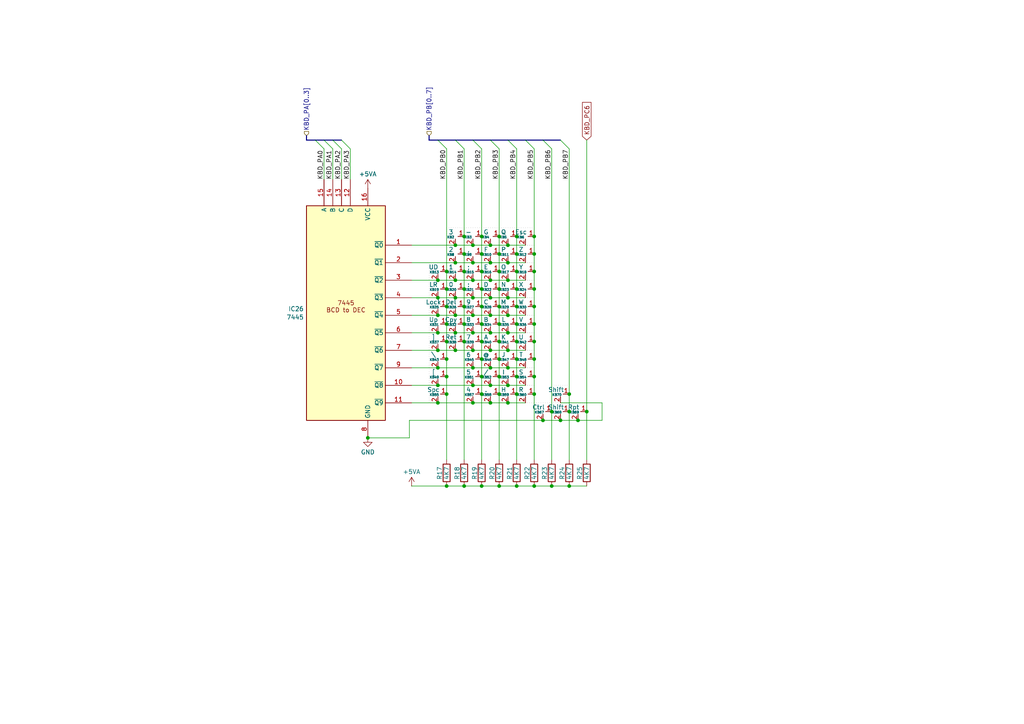
<source format=kicad_sch>
(kicad_sch (version 20231120) (generator "eeschema") (generator_version "8.0")
  (paper "A4")
  (lib_symbols
    (symbol "Device:R" (pin_numbers hide) (pin_names (offset 0))
      (property "Reference" "R" (at 2.032 0 90))
      (property "Value" "R" (at 0 0 90))
      (symbol "R_0_1"
        (rectangle (start -1.016 -2.54) (end 1.016 2.54) (stroke (width 0.254)))
      )
      (symbol "R_1_1"
        (pin passive line (at 0 3.81 270) (length 1.27) (name "~") (number "1"))
        (pin passive line (at 0 -3.81 90) (length 1.27) (name "~") (number "2"))
      )
    )
    (symbol "John Atom Components:7445_BCD_Atom_Keybd"
      (property "Reference" "IC" (at 1.27 -1.27 0))
      (property "Value" "7445_BCD_Atom_Keybd" (at 15.24 -41.91 0))
      (symbol "7445_BCD_Atom_Keybd_0_0"
        (pin power_in line (at 10.16 27.94 270) (length 5.08) (name "VCC") (number "16"))
        (pin power_in line (at 10.16 -44.45 90) (length 5.08) (name "GND") (number "8"))
      )
      (symbol "7445_BCD_Atom_Keybd_0_1"
        (rectangle (start -7.62 22.86) (end 15.24 -39.37) (stroke (width 0.254)) (fill (type background)))
      )
      (symbol "7445_BCD_Atom_Keybd_1_0"
        (text "7445\nBCD to DEC" (at 3.81 -6.35 0) (effects (font (size 1.27 1.27))))
      )
      (symbol "7445_BCD_Atom_Keybd_1_1"
        (pin open_collector line (at 22.86 11.43 180) (length 7.62) (name "~{Q0}") (number "1"))
        (pin open_collector line (at 22.86 -29.21 180) (length 7.62) (name "~{Q8}") (number "10"))
        (pin open_collector line (at 22.86 -34.29 180) (length 7.62) (name "~{Q9}") (number "11"))
        (pin input line (at 5.08 30.48 270) (length 7.62) (name "D") (number "12"))
        (pin input line (at 2.54 30.48 270) (length 7.62) (name "C") (number "13"))
        (pin input line (at 0 30.48 270) (length 7.62) (name "B") (number "14"))
        (pin input line (at -2.54 30.48 270) (length 7.62) (name "A") (number "15"))
        (pin open_collector line (at 22.86 6.35 180) (length 7.62) (name "~{Q1}") (number "2"))
        (pin open_collector line (at 22.86 1.27 180) (length 7.62) (name "~{Q2}") (number "3"))
        (pin open_collector line (at 22.86 -3.81 180) (length 7.62) (name "~{Q3}") (number "4"))
        (pin open_collector line (at 22.86 -8.89 180) (length 7.62) (name "~{Q4}") (number "5"))
        (pin open_collector line (at 22.86 -13.97 180) (length 7.62) (name "~{Q5}") (number "6"))
        (pin open_collector line (at 22.86 -19.05 180) (length 7.62) (name "~{Q6}") (number "7"))
        (pin open_collector line (at 22.86 -24.13 180) (length 7.62) (name "~{Q7}") (number "9"))
      )
    )
    (symbol "John Atom Components:Atom_Keyswitch"
      (property "Reference" "KB" (at -2.4 -0.2 0))
      (property "Value" "X" (at -1.27 1.27 0))
      (symbol "Atom_Keyswitch_1_1"
        (rectangle (start -2.54 2.54) (end 2.54 -2.54) (stroke (width 0) (type dot) (color 194 194 194 1)))
        (pin free line (at 2.54 0 180) (length 1.8) (name "") (number "1"))
        (pin free line (at 0 -2.54 90) (length 1.8) (name "") (number "2"))
      )
    )
    (symbol "power:+5VA" (power) (pin_numbers hide) (pin_names (offset 0) hide)
      (property "Value" "+5VA" (at 0 3.556 0))
      (symbol "+5VA_0_1"
        (polyline (pts (xy -0.762 1.27) (xy 0 2.54)))
        (polyline (pts (xy 0 0) (xy 0 2.54)))
        (polyline (pts (xy 0 2.54) (xy 0.762 1.27)))
      )
      (symbol "+5VA_1_1"
        (pin power_in line (at 0 0 90) (length 0) (name "~") (number "1"))
      )
    )
    (symbol "power:GND" (power) (pin_numbers hide) (pin_names (offset 0) hide)
      (property "Value" "GND" (at 0 -3.81 0))
      (symbol "GND_0_1"
        (polyline (pts (xy 0 0) (xy 0 -1.27) (xy 1.27 -1.27) (xy 0 -2.54) (xy -1.27 -1.27) (xy 0 -1.27)))
      )
      (symbol "GND_1_1"
        (pin power_in line (at 0 0 270) (length 0) (name "~") (number "1"))
      )
    )
  )
  (junction (at 127 111.76))
  (junction (at 137.16 106.68))
  (junction (at 147.32 106.68))
  (junction (at 154.94 99.06))
  (junction (at 132.08 101.6))
  (junction (at 132.08 96.52))
  (junction (at 142.24 86.36))
  (junction (at 154.94 68.58))
  (junction (at 139.7 83.82))
  (junction (at 165.1 140.97))
  (junction (at 132.08 86.36))
  (junction (at 147.32 101.6))
  (junction (at 147.32 116.84))
  (junction (at 154.94 78.74))
  (junction (at 142.24 96.52))
  (junction (at 139.7 73.66))
  (junction (at 144.78 114.3))
  (junction (at 132.08 81.28))
  (junction (at 147.32 111.76))
  (junction (at 149.86 88.9))
  (junction (at 154.94 114.3))
  (junction (at 149.86 99.06))
  (junction (at 142.24 111.76))
  (junction (at 134.62 93.98))
  (junction (at 137.16 111.76))
  (junction (at 139.7 68.58))
  (junction (at 170.18 119.38))
  (junction (at 149.86 93.98))
  (junction (at 149.86 114.3))
  (junction (at 137.16 86.36))
  (junction (at 137.16 71.12))
  (junction (at 144.78 140.97))
  (junction (at 129.54 109.22))
  (junction (at 127 86.36))
  (junction (at 144.78 93.98))
  (junction (at 144.78 109.22))
  (junction (at 167.64 121.92))
  (junction (at 142.24 106.68))
  (junction (at 134.62 83.82))
  (junction (at 147.32 71.12))
  (junction (at 144.78 78.74))
  (junction (at 129.54 104.14))
  (junction (at 129.54 88.9))
  (junction (at 154.94 104.14))
  (junction (at 139.7 109.22))
  (junction (at 139.7 99.06))
  (junction (at 142.24 101.6))
  (junction (at 144.78 104.14))
  (junction (at 142.24 116.84))
  (junction (at 127 81.28))
  (junction (at 147.32 81.28))
  (junction (at 154.94 140.97))
  (junction (at 134.62 140.97))
  (junction (at 139.7 78.74))
  (junction (at 134.62 78.74))
  (junction (at 137.16 81.28))
  (junction (at 165.1 119.38))
  (junction (at 149.86 140.97))
  (junction (at 134.62 73.66))
  (junction (at 149.86 104.14))
  (junction (at 129.54 93.98))
  (junction (at 154.94 73.66))
  (junction (at 129.54 83.82))
  (junction (at 142.24 76.2))
  (junction (at 147.32 96.52))
  (junction (at 149.86 68.58))
  (junction (at 144.78 68.58))
  (junction (at 137.16 76.2))
  (junction (at 139.7 104.14))
  (junction (at 129.54 140.97))
  (junction (at 127 116.84))
  (junction (at 132.08 76.2))
  (junction (at 127 91.44))
  (junction (at 129.54 114.3))
  (junction (at 134.62 99.06))
  (junction (at 154.94 93.98))
  (junction (at 149.86 73.66))
  (junction (at 147.32 86.36))
  (junction (at 165.1 114.3))
  (junction (at 160.02 119.38))
  (junction (at 139.7 93.98))
  (junction (at 154.94 83.82))
  (junction (at 132.08 71.12))
  (junction (at 127 101.6))
  (junction (at 160.02 140.97))
  (junction (at 139.7 88.9))
  (junction (at 137.16 96.52))
  (junction (at 144.78 88.9))
  (junction (at 132.08 91.44))
  (junction (at 137.16 91.44))
  (junction (at 144.78 83.82))
  (junction (at 149.86 83.82))
  (junction (at 139.7 114.3))
  (junction (at 127 106.68))
  (junction (at 154.94 109.22))
  (junction (at 149.86 78.74))
  (junction (at 154.94 88.9))
  (junction (at 157.48 121.92))
  (junction (at 139.7 140.97))
  (junction (at 129.54 78.74))
  (junction (at 144.78 99.06))
  (junction (at 106.68 127))
  (junction (at 134.62 68.58))
  (junction (at 137.16 101.6))
  (junction (at 147.32 76.2))
  (junction (at 142.24 71.12))
  (junction (at 137.16 116.84))
  (junction (at 129.54 99.06))
  (junction (at 134.62 88.9))
  (junction (at 142.24 91.44))
  (junction (at 162.56 121.92))
  (junction (at 127 96.52))
  (junction (at 149.86 109.22))
  (junction (at 142.24 81.28))
  (junction (at 144.78 73.66))
  (junction (at 147.32 91.44))
  (bus_entry (at 142.24 40.64) (size 2.54 2.54))
  (bus_entry (at 147.32 40.64) (size 2.54 2.54))
  (bus_entry (at 152.4 40.64) (size 2.54 2.54))
  (bus_entry (at 132.08 40.64) (size 2.54 2.54))
  (bus_entry (at 91.44 40.64) (size 2.54 2.54))
  (bus_entry (at 162.56 40.64) (size 2.54 2.54))
  (bus_entry (at 157.48 40.64) (size 2.54 2.54))
  (bus_entry (at 99.06 40.64) (size 2.54 2.54))
  (bus_entry (at 96.52 40.64) (size 2.54 2.54))
  (bus_entry (at 93.98 40.64) (size 2.54 2.54))
  (bus_entry (at 137.16 40.64) (size 2.54 2.54))
  (bus_entry (at 127 40.64) (size 2.54 2.54))
  (wire (pts (xy 119.38 106.68) (xy 127 106.68)))
  (wire (pts (xy 142.24 76.2) (xy 147.32 76.2)))
  (wire (pts (xy 160.02 140.97) (xy 165.1 140.97)))
  (wire (pts (xy 144.78 140.97) (xy 149.86 140.97)))
  (wire (pts (xy 119.38 96.52) (xy 127 96.52)))
  (wire (pts (xy 127 101.6) (xy 132.08 101.6)))
  (wire (pts (xy 170.18 119.38) (xy 170.18 133.35)))
  (bus (pts (xy 88.9 40.64) (xy 91.44 40.64)))
  (wire (pts (xy 119.38 71.12) (xy 132.08 71.12)))
  (wire (pts (xy 142.24 71.12) (xy 147.32 71.12)))
  (wire (pts (xy 129.54 104.14) (xy 129.54 109.22)))
  (wire (pts (xy 139.7 88.9) (xy 139.7 93.98)))
  (wire (pts (xy 142.24 91.44) (xy 147.32 91.44)))
  (wire (pts (xy 129.54 88.9) (xy 129.54 93.98)))
  (wire (pts (xy 127 86.36) (xy 132.08 86.36)))
  (wire (pts (xy 139.7 99.06) (xy 139.7 104.14)))
  (wire (pts (xy 137.16 81.28) (xy 142.24 81.28)))
  (wire (pts (xy 132.08 101.6) (xy 137.16 101.6)))
  (wire (pts (xy 154.94 73.66) (xy 154.94 78.74)))
  (wire (pts (xy 139.7 114.3) (xy 139.7 133.35)))
  (wire (pts (xy 132.08 76.2) (xy 137.16 76.2)))
  (wire (pts (xy 129.54 83.82) (xy 129.54 88.9)))
  (wire (pts (xy 154.94 78.74) (xy 154.94 83.82)))
  (wire (pts (xy 127 111.76) (xy 137.16 111.76)))
  (wire (pts (xy 162.56 121.92) (xy 157.48 121.92)))
  (wire (pts (xy 132.08 81.28) (xy 137.16 81.28)))
  (wire (pts (xy 147.32 116.84) (xy 152.4 116.84)))
  (wire (pts (xy 137.16 111.76) (xy 142.24 111.76)))
  (wire (pts (xy 118.745 121.92) (xy 157.48 121.92)))
  (wire (pts (xy 149.86 88.9) (xy 149.86 93.98)))
  (wire (pts (xy 149.86 104.14) (xy 149.86 109.22)))
  (wire (pts (xy 149.86 68.58) (xy 149.86 73.66)))
  (wire (pts (xy 144.78 68.58) (xy 144.78 73.66)))
  (wire (pts (xy 154.94 93.98) (xy 154.94 99.06)))
  (wire (pts (xy 139.7 68.58) (xy 139.7 73.66)))
  (bus (pts (xy 152.4 40.64) (xy 157.48 40.64)))
  (wire (pts (xy 139.7 93.98) (xy 139.7 99.06)))
  (wire (pts (xy 160.02 43.18) (xy 160.02 119.38)))
  (bus (pts (xy 147.32 40.64) (xy 152.4 40.64)))
  (wire (pts (xy 134.62 83.82) (xy 134.62 88.9)))
  (wire (pts (xy 127 116.84) (xy 137.16 116.84)))
  (wire (pts (xy 129.54 109.22) (xy 129.54 114.3)))
  (wire (pts (xy 147.32 86.36) (xy 152.4 86.36)))
  (wire (pts (xy 129.54 78.74) (xy 129.54 83.82)))
  (wire (pts (xy 119.38 86.36) (xy 127 86.36)))
  (wire (pts (xy 147.32 71.12) (xy 152.4 71.12)))
  (wire (pts (xy 149.86 93.98) (xy 149.86 99.06)))
  (wire (pts (xy 139.7 78.74) (xy 139.7 83.82)))
  (wire (pts (xy 127 106.68) (xy 137.16 106.68)))
  (bus (pts (xy 137.16 40.64) (xy 142.24 40.64)))
  (wire (pts (xy 154.94 104.14) (xy 154.94 109.22)))
  (wire (pts (xy 137.16 71.12) (xy 142.24 71.12)))
  (wire (pts (xy 144.78 43.18) (xy 144.78 68.58)))
  (wire (pts (xy 144.78 114.3) (xy 144.78 133.35)))
  (wire (pts (xy 167.64 121.92) (xy 174.625 121.92)))
  (wire (pts (xy 129.54 93.98) (xy 129.54 99.06)))
  (wire (pts (xy 132.08 71.12) (xy 137.16 71.12)))
  (wire (pts (xy 154.94 68.58) (xy 154.94 73.66)))
  (wire (pts (xy 174.625 116.84) (xy 162.56 116.84)))
  (wire (pts (xy 119.38 91.44) (xy 127 91.44)))
  (wire (pts (xy 119.38 81.28) (xy 127 81.28)))
  (wire (pts (xy 149.86 114.3) (xy 149.86 133.35)))
  (wire (pts (xy 132.08 96.52) (xy 137.16 96.52)))
  (wire (pts (xy 154.94 99.06) (xy 154.94 104.14)))
  (wire (pts (xy 149.86 78.74) (xy 149.86 83.82)))
  (wire (pts (xy 160.02 119.38) (xy 160.02 133.35)))
  (wire (pts (xy 118.745 121.92) (xy 118.745 127)))
  (wire (pts (xy 119.38 111.76) (xy 127 111.76)))
  (wire (pts (xy 119.38 140.97) (xy 129.54 140.97)))
  (wire (pts (xy 154.94 109.22) (xy 154.94 114.3)))
  (wire (pts (xy 129.54 99.06) (xy 129.54 104.14)))
  (wire (pts (xy 137.16 106.68) (xy 142.24 106.68)))
  (wire (pts (xy 165.1 140.97) (xy 170.18 140.97)))
  (wire (pts (xy 165.1 114.3) (xy 165.1 119.38)))
  (wire (pts (xy 134.62 93.98) (xy 134.62 99.06)))
  (wire (pts (xy 144.78 83.82) (xy 144.78 88.9)))
  (wire (pts (xy 101.6 52.07) (xy 101.6 43.18)))
  (bus (pts (xy 96.52 40.64) (xy 93.98 40.64)))
  (wire (pts (xy 147.32 91.44) (xy 152.4 91.44)))
  (wire (pts (xy 165.1 119.38) (xy 165.1 133.35)))
  (wire (pts (xy 119.38 76.2) (xy 132.08 76.2)))
  (bus (pts (xy 127 40.64) (xy 132.08 40.64)))
  (wire (pts (xy 144.78 73.66) (xy 144.78 78.74)))
  (wire (pts (xy 127 81.28) (xy 132.08 81.28)))
  (wire (pts (xy 142.24 101.6) (xy 147.32 101.6)))
  (bus (pts (xy 124.46 40.64) (xy 127 40.64)))
  (wire (pts (xy 93.98 52.07) (xy 93.98 43.18)))
  (bus (pts (xy 99.06 40.64) (xy 96.52 40.64)))
  (wire (pts (xy 139.7 83.82) (xy 139.7 88.9)))
  (wire (pts (xy 167.64 121.92) (xy 162.56 121.92)))
  (wire (pts (xy 137.16 86.36) (xy 142.24 86.36)))
  (wire (pts (xy 174.625 121.92) (xy 174.625 116.84)))
  (wire (pts (xy 134.62 88.9) (xy 134.62 93.98)))
  (wire (pts (xy 142.24 116.84) (xy 147.32 116.84)))
  (wire (pts (xy 154.94 43.18) (xy 154.94 68.58)))
  (wire (pts (xy 134.62 68.58) (xy 134.62 73.66)))
  (wire (pts (xy 147.32 106.68) (xy 152.4 106.68)))
  (wire (pts (xy 154.94 83.82) (xy 154.94 88.9)))
  (wire (pts (xy 147.32 111.76) (xy 152.4 111.76)))
  (wire (pts (xy 154.94 88.9) (xy 154.94 93.98)))
  (wire (pts (xy 142.24 96.52) (xy 147.32 96.52)))
  (wire (pts (xy 99.06 52.07) (xy 99.06 43.18)))
  (wire (pts (xy 142.24 86.36) (xy 147.32 86.36)))
  (wire (pts (xy 127 96.52) (xy 132.08 96.52)))
  (wire (pts (xy 144.78 78.74) (xy 144.78 83.82)))
  (wire (pts (xy 147.32 81.28) (xy 152.4 81.28)))
  (wire (pts (xy 144.78 109.22) (xy 144.78 114.3)))
  (wire (pts (xy 139.7 140.97) (xy 144.78 140.97)))
  (bus (pts (xy 157.48 40.64) (xy 162.56 40.64)))
  (wire (pts (xy 147.32 76.2) (xy 152.4 76.2)))
  (bus (pts (xy 142.24 40.64) (xy 147.32 40.64)))
  (wire (pts (xy 149.86 99.06) (xy 149.86 104.14)))
  (wire (pts (xy 132.08 91.44) (xy 137.16 91.44)))
  (wire (pts (xy 134.62 73.66) (xy 134.62 78.74)))
  (wire (pts (xy 137.16 91.44) (xy 142.24 91.44)))
  (wire (pts (xy 147.32 96.52) (xy 152.4 96.52)))
  (wire (pts (xy 139.7 109.22) (xy 139.7 114.3)))
  (wire (pts (xy 119.38 116.84) (xy 127 116.84)))
  (wire (pts (xy 118.745 127) (xy 106.68 127)))
  (wire (pts (xy 149.86 109.22) (xy 149.86 114.3)))
  (wire (pts (xy 142.24 106.68) (xy 147.32 106.68)))
  (wire (pts (xy 149.86 83.82) (xy 149.86 88.9)))
  (wire (pts (xy 165.1 43.18) (xy 165.1 114.3)))
  (wire (pts (xy 129.54 43.18) (xy 129.54 78.74)))
  (wire (pts (xy 154.94 114.3) (xy 154.94 133.35)))
  (wire (pts (xy 137.16 101.6) (xy 142.24 101.6)))
  (wire (pts (xy 137.16 96.52) (xy 142.24 96.52)))
  (bus (pts (xy 88.9 40.64) (xy 88.9 39.37)))
  (wire (pts (xy 134.62 140.97) (xy 139.7 140.97)))
  (wire (pts (xy 137.16 76.2) (xy 142.24 76.2)))
  (wire (pts (xy 139.7 104.14) (xy 139.7 109.22)))
  (wire (pts (xy 147.32 101.6) (xy 152.4 101.6)))
  (wire (pts (xy 149.86 73.66) (xy 149.86 78.74)))
  (wire (pts (xy 139.7 73.66) (xy 139.7 78.74)))
  (wire (pts (xy 170.18 40.64) (xy 170.18 119.38)))
  (wire (pts (xy 144.78 93.98) (xy 144.78 99.06)))
  (wire (pts (xy 134.62 43.18) (xy 134.62 68.58)))
  (wire (pts (xy 137.16 116.84) (xy 142.24 116.84)))
  (wire (pts (xy 119.38 101.6) (xy 127 101.6)))
  (wire (pts (xy 96.52 52.07) (xy 96.52 43.18)))
  (wire (pts (xy 149.86 43.18) (xy 149.86 68.58)))
  (bus (pts (xy 93.98 40.64) (xy 91.44 40.64)))
  (bus (pts (xy 124.46 40.64) (xy 124.46 39.37)))
  (wire (pts (xy 142.24 111.76) (xy 147.32 111.76)))
  (wire (pts (xy 129.54 140.97) (xy 134.62 140.97)))
  (wire (pts (xy 127 91.44) (xy 132.08 91.44)))
  (wire (pts (xy 144.78 99.06) (xy 144.78 104.14)))
  (wire (pts (xy 132.08 86.36) (xy 137.16 86.36)))
  (wire (pts (xy 134.62 99.06) (xy 134.62 133.35)))
  (wire (pts (xy 142.24 81.28) (xy 147.32 81.28)))
  (wire (pts (xy 134.62 78.74) (xy 134.62 83.82)))
  (wire (pts (xy 129.54 114.3) (xy 129.54 133.35)))
  (wire (pts (xy 149.86 140.97) (xy 154.94 140.97)))
  (wire (pts (xy 144.78 88.9) (xy 144.78 93.98)))
  (bus (pts (xy 132.08 40.64) (xy 137.16 40.64)))
  (wire (pts (xy 144.78 104.14) (xy 144.78 109.22)))
  (wire (pts (xy 154.94 140.97) (xy 160.02 140.97)))
  (wire (pts (xy 139.7 43.18) (xy 139.7 68.58)))
  (label "KBD_PA1" (at 96.52 52.07 90))
  (label "KBD_PB5" (at 154.94 52.07 90))
  (label "KBD_PA2" (at 99.06 52.07 90))
  (label "KBD_PA3" (at 101.6 52.07 90))
  (label "KBD_PB0" (at 129.54 52.07 90))
  (label "KBD_PB2" (at 139.7 52.07 90))
  (label "KBD_PB4" (at 149.86 52.07 90))
  (label "KBD_PB7" (at 165.1 52.07 90))
  (label "KBD_PB3" (at 144.78 52.07 90))
  (label "KBD_PB6" (at 160.02 52.07 90))
  (label "KBD_PB1" (at 134.62 52.07 90))
  (label "KBD_PA0" (at 93.98 52.07 90))
  (global_label "KBD_PC6" (shape input) (at 170.18 40.64 90) (property "Intersheetrefs" "${INTERSHEET_REFS}" (effects (hide yes))))
  (hierarchical_label "KBD_PB[0..7]" (shape input) (at 124.46 39.37 90))
  (hierarchical_label "KBD_PA[0..3]" (shape input) (at 88.9 39.37 90))
  (symbol (lib_id "Device:R") (at 144.78 137.16 180) (unit 1)
    (property "Reference" "R20" (at 142.748 139.192 90) (effects (justify right)))
    (property "Value" "4K7" (at 144.78 139.192 90) (effects (justify right)))
    (property "Footprint" "JW Footprints:R_Axial_DIN0207_LineOnly_P2.54mm_Vertical" (effects (hide yes)))
    (property "Description" "Resistor" (effects (hide yes)))
  )
  (symbol (lib_id "John Atom Components:Atom_Keyswitch") (at 127 88.9 0) (unit 1)
    (property "Reference" "KB25" (at 124.6 89.1 0) (effects (font (size 0.67 0.67)) (justify left)))
    (property "Value" "Lock" (at 125.73 87.63 0))
    (property "Footprint" "JW Footprints:AtomKeyswitch" (effects (hide yes)))
  )
  (symbol (lib_id "John Atom Components:Atom_Keyswitch") (at 127 83.82 0) (unit 1)
    (property "Reference" "KB19" (at 124.6 84.02 0) (effects (font (size 0.67 0.67)) (justify left)))
    (property "Value" "LR" (at 125.73 82.55 0))
    (property "Footprint" "JW Footprints:AtomKeyswitch" (effects (hide yes)))
  )
  (symbol (lib_id "John Atom Components:Atom_Keyswitch") (at 152.4 109.22 0) (unit 1)
    (property "Reference" "KB54" (at 150 109.42 0) (effects (font (size 0.67 0.67)) (justify left)))
    (property "Value" "S" (at 151.13 107.95 0))
    (property "Footprint" "JW Footprints:AtomKeyswitch" (effects (hide yes)))
  )
  (symbol (lib_id "John Atom Components:Atom_Keyswitch") (at 142.24 93.98 0) (unit 1)
    (property "Reference" "KB34" (at 139.84 94.18 0) (effects (font (size 0.67 0.67)) (justify left)))
    (property "Value" "B" (at 140.97 92.71 0))
    (property "Footprint" "JW Footprints:AtomKeyswitch" (effects (hide yes)))
  )
  (symbol (lib_id "Device:R") (at 170.18 137.16 180) (unit 1)
    (property "Reference" "R25" (at 168.148 139.192 90) (effects (justify right)))
    (property "Value" "4K7" (at 170.18 139.192 90) (effects (justify right)))
    (property "Footprint" "JW Footprints:R_Axial_DIN0207_LineOnly_P4.00mm_Vertical" (effects (hide yes)))
    (property "Description" "Resistor" (effects (hide yes)))
  )
  (symbol (lib_id "Device:R") (at 129.54 137.16 180) (unit 1)
    (property "Reference" "R17" (at 127.508 139.192 90) (effects (justify right)))
    (property "Value" "4K7" (at 129.54 139.192 90) (effects (justify right)))
    (property "Footprint" "JW Footprints:R_Axial_DIN0207_LineOnly_P5.08mm_Vertical" (effects (hide yes)))
    (property "Description" "Resistor" (effects (hide yes)))
  )
  (symbol (lib_id "John Atom Components:Atom_Keyswitch") (at 147.32 68.58 0) (unit 1)
    (property "Reference" "KB5" (at 144.92 68.78 0) (effects (font (size 0.67 0.67)) (justify left)))
    (property "Value" "Q" (at 146.05 67.31 0))
    (property "Footprint" "JW Footprints:AtomKeyswitch" (effects (hide yes)))
  )
  (symbol (lib_id "John Atom Components:Atom_Keyswitch") (at 127 93.98 0) (unit 1)
    (property "Reference" "KB31" (at 124.6 94.18 0) (effects (font (size 0.67 0.67)) (justify left)))
    (property "Value" "Up" (at 125.73 92.71 0))
    (property "Footprint" "JW Footprints:AtomKeyswitch" (effects (hide yes)))
  )
  (symbol (lib_id "John Atom Components:Atom_Keyswitch") (at 132.08 78.74 0) (unit 1)
    (property "Reference" "KB14" (at 129.68 78.94 0) (effects (font (size 0.67 0.67)) (justify left)))
    (property "Value" "1" (at 130.81 77.47 0))
    (property "Footprint" "JW Footprints:AtomKeyswitch" (effects (hide yes)))
  )
  (symbol (lib_id "John Atom Components:Atom_Keyswitch") (at 147.32 99.06 0) (unit 1)
    (property "Reference" "KB41" (at 144.92 99.26 0) (effects (font (size 0.67 0.67)) (justify left)))
    (property "Value" "K" (at 146.05 97.79 0))
    (property "Footprint" "JW Footprints:AtomKeyswitch" (effects (hide yes)))
  )
  (symbol (lib_id "John Atom Components:Atom_Keyswitch") (at 142.24 109.22 0) (unit 1)
    (property "Reference" "KB52" (at 139.84 109.42 0) (effects (font (size 0.67 0.67)) (justify left)))
    (property "Value" "/" (at 140.97 107.95 0))
    (property "Footprint" "JW Footprints:AtomKeyswitch" (effects (hide yes)))
  )
  (symbol (lib_id "John Atom Components:Atom_Keyswitch") (at 147.32 78.74 0) (unit 1)
    (property "Reference" "KB17" (at 144.92 78.94 0) (effects (font (size 0.67 0.67)) (justify left)))
    (property "Value" "O" (at 146.05 77.47 0))
    (property "Footprint" "JW Footprints:AtomKeyswitch" (effects (hide yes)))
  )
  (symbol (lib_id "John Atom Components:Atom_Keyswitch") (at 167.64 119.38 0) (unit 1)
    (property "Reference" "KB69" (at 165.24 119.58 0) (effects (font (size 0.67 0.67)) (justify left)))
    (property "Value" "Rpt" (at 166.37 118.11 0))
    (property "Footprint" "JW Footprints:AtomKeyswitch" (effects (hide yes)))
  )
  (symbol (lib_id "John Atom Components:Atom_Keyswitch") (at 137.16 99.06 0) (unit 1)
    (property "Reference" "KB39" (at 134.76 99.26 0) (effects (font (size 0.67 0.67)) (justify left)))
    (property "Value" "7" (at 135.89 97.79 0))
    (property "Footprint" "JW Footprints:AtomKeyswitch" (effects (hide yes)))
  )
  (symbol (lib_id "John Atom Components:Atom_Keyswitch") (at 142.24 88.9 0) (unit 1)
    (property "Reference" "KB28" (at 139.84 89.1 0) (effects (font (size 0.67 0.67)) (justify left)))
    (property "Value" "C" (at 140.97 87.63 0))
    (property "Footprint" "JW Footprints:AtomKeyswitch" (effects (hide yes)))
  )
  (symbol (lib_id "John Atom Components:Atom_Keyswitch") (at 132.08 68.58 0) (unit 1)
    (property "Reference" "KB2" (at 129.68 68.78 0) (effects (font (size 0.67 0.67)) (justify left)))
    (property "Value" "3" (at 130.81 67.31 0))
    (property "Footprint" "JW Footprints:AtomKeyswitch" (effects (hide yes)))
  )
  (symbol (lib_id "John Atom Components:Atom_Keyswitch") (at 152.4 68.58 0) (unit 1)
    (property "Reference" "KB6" (at 150 68.78 0) (effects (font (size 0.67 0.67)) (justify left)))
    (property "Value" "Esc" (at 151.13 67.31 0))
    (property "Footprint" "JW Footprints:AtomKeyswitch" (effects (hide yes)))
  )
  (symbol (lib_id "John Atom Components:Atom_Keyswitch") (at 137.16 73.66 0) (unit 1)
    (property "Reference" "KB9" (at 134.76 73.86 0) (effects (font (size 0.67 0.67)) (justify left)))
    (property "Value" "," (at 135.89 72.39 0))
    (property "Footprint" "JW Footprints:AtomKeyswitch" (effects (hide yes)))
  )
  (symbol (lib_id "John Atom Components:Atom_Keyswitch") (at 127 109.22 0) (unit 1)
    (property "Reference" "KB49" (at 124.6 109.42 0) (effects (font (size 0.67 0.67)) (justify left)))
    (property "Value" "[" (at 125.73 107.95 0))
    (property "Footprint" "JW Footprints:AtomKeyswitch" (effects (hide yes)))
  )
  (symbol (lib_id "John Atom Components:Atom_Keyswitch") (at 142.24 104.14 0) (unit 1)
    (property "Reference" "KB46" (at 139.84 104.34 0) (effects (font (size 0.67 0.67)) (justify left)))
    (property "Value" "@" (at 140.97 102.87 0))
    (property "Footprint" "JW Footprints:AtomKeyswitch" (effects (hide yes)))
  )
  (symbol (lib_id "Device:R") (at 149.86 137.16 180) (unit 1)
    (property "Reference" "R21" (at 147.828 139.192 90) (effects (justify right)))
    (property "Value" "4K7" (at 149.86 139.192 90) (effects (justify right)))
    (property "Footprint" "JW Footprints:R_Axial_DIN0207_LineOnly_P2.54mm_Vertical" (effects (hide yes)))
    (property "Description" "Resistor" (effects (hide yes)))
  )
  (symbol (lib_id "John Atom Components:Atom_Keyswitch") (at 152.4 88.9 0) (unit 1)
    (property "Reference" "KB30" (at 150 89.1 0) (effects (font (size 0.67 0.67)) (justify left)))
    (property "Value" "W" (at 151.13 87.63 0))
    (property "Footprint" "JW Footprints:AtomKeyswitch" (effects (hide yes)))
  )
  (symbol (lib_id "John Atom Components:Atom_Keyswitch") (at 152.4 83.82 0) (unit 1)
    (property "Reference" "KB24" (at 150 84.02 0) (effects (font (size 0.67 0.67)) (justify left)))
    (property "Value" "X" (at 151.13 82.55 0))
    (property "Footprint" "JW Footprints:AtomKeyswitch" (effects (hide yes)))
  )
  (symbol (lib_id "John Atom Components:Atom_Keyswitch") (at 132.08 99.06 0) (unit 1)
    (property "Reference" "KB38" (at 129.68 99.26 0) (effects (font (size 0.67 0.67)) (justify left)))
    (property "Value" "Ret" (at 130.81 97.79 0))
    (property "Footprint" "JW Footprints:AtomKeyswitch" (effects (hide yes)))
  )
  (symbol (lib_id "John Atom Components:Atom_Keyswitch") (at 142.24 68.58 0) (unit 1)
    (property "Reference" "KB4" (at 139.84 68.78 0) (effects (font (size 0.67 0.67)) (justify left)))
    (property "Value" "G" (at 140.97 67.31 0))
    (property "Footprint" "JW Footprints:AtomKeyswitch" (effects (hide yes)))
  )
  (symbol (lib_id "John Atom Components:Atom_Keyswitch") (at 152.4 78.74 0) (unit 1)
    (property "Reference" "KB18" (at 150 78.94 0) (effects (font (size 0.67 0.67)) (justify left)))
    (property "Value" "Y" (at 151.13 77.47 0))
    (property "Footprint" "JW Footprints:AtomKeyswitch" (effects (hide yes)))
  )
  (symbol (lib_id "John Atom Components:Atom_Keyswitch") (at 137.16 93.98 0) (unit 1)
    (property "Reference" "KB33" (at 134.76 94.18 0) (effects (font (size 0.67 0.67)) (justify left)))
    (property "Value" "8" (at 135.89 92.71 0))
    (property "Footprint" "JW Footprints:AtomKeyswitch" (effects (hide yes)))
  )
  (symbol (lib_id "John Atom Components:Atom_Keyswitch") (at 132.08 73.66 0) (unit 1)
    (property "Reference" "KB8" (at 129.68 73.86 0) (effects (font (size 0.67 0.67)) (justify left)))
    (property "Value" "2" (at 130.81 72.39 0))
    (property "Footprint" "JW Footprints:AtomKeyswitch" (effects (hide yes)))
  )
  (symbol (lib_id "John Atom Components:Atom_Keyswitch") (at 162.56 119.38 0) (unit 1)
    (property "Reference" "KB68" (at 160.16 119.58 0) (effects (font (size 0.67 0.67)) (justify left)))
    (property "Value" "Shift" (at 161.29 118.11 0))
    (property "Footprint" "JW Footprints:AtomKeyswitch" (effects (hide yes)))
  )
  (symbol (lib_id "John Atom Components:Atom_Keyswitch") (at 142.24 78.74 0) (unit 1)
    (property "Reference" "KB16" (at 139.84 78.94 0) (effects (font (size 0.67 0.67)) (justify left)))
    (property "Value" "E" (at 140.97 77.47 0))
    (property "Footprint" "JW Footprints:AtomKeyswitch" (effects (hide yes)))
  )
  (symbol (lib_id "John Atom Components:Atom_Keyswitch") (at 137.16 83.82 0) (unit 1)
    (property "Reference" "KB21" (at 134.76 84.02 0) (effects (font (size 0.67 0.67)) (justify left)))
    (property "Value" ":" (at 135.89 82.55 0))
    (property "Footprint" "JW Footprints:AtomKeyswitch" (effects (hide yes)))
  )
  (symbol (lib_id "John Atom Components:Atom_Keyswitch") (at 137.16 109.22 0) (unit 1)
    (property "Reference" "KB51" (at 134.76 109.42 0) (effects (font (size 0.67 0.67)) (justify left)))
    (property "Value" "5" (at 135.89 107.95 0))
    (property "Footprint" "JW Footprints:AtomKeyswitch" (effects (hide yes)))
  )
  (symbol (lib_id "Device:R") (at 134.62 137.16 180) (unit 1)
    (property "Reference" "R18" (at 132.588 139.192 90) (effects (justify right)))
    (property "Value" "4K7" (at 134.62 139.192 90) (effects (justify right)))
    (property "Footprint" "JW Footprints:R_Axial_DIN0207_LineOnly_P5.08mm_Vertical" (effects (hide yes)))
    (property "Description" "Resistor" (effects (hide yes)))
  )
  (symbol (lib_id "John Atom Components:Atom_Keyswitch") (at 147.32 109.22 0) (unit 1)
    (property "Reference" "KB53" (at 144.92 109.42 0) (effects (font (size 0.67 0.67)) (justify left)))
    (property "Value" "I" (at 146.05 107.95 0))
    (property "Footprint" "JW Footprints:AtomKeyswitch" (effects (hide yes)))
  )
  (symbol (lib_id "power:+5VA") (at 119.38 140.97 0) (unit 1)
    (property "Reference" "#PWR060" (effects (hide yes)))
    (property "Value" "+5VA" (at 119.38 136.8369 0))
    (property "Description" "Power symbol creates a global label with name \"+5VA\"" (effects (hide yes)))
  )
  (symbol (lib_id "John Atom Components:Atom_Keyswitch") (at 137.16 88.9 0) (unit 1)
    (property "Reference" "KB27" (at 134.76 89.1 0) (effects (font (size 0.67 0.67)) (justify left)))
    (property "Value" "9" (at 135.89 87.63 0))
    (property "Footprint" "JW Footprints:AtomKeyswitch" (effects (hide yes)))
  )
  (symbol (lib_id "John Atom Components:Atom_Keyswitch") (at 142.24 83.82 0) (unit 1)
    (property "Reference" "KB22" (at 139.84 84.02 0) (effects (font (size 0.67 0.67)) (justify left)))
    (property "Value" "D" (at 140.97 82.55 0))
    (property "Footprint" "JW Footprints:AtomKeyswitch" (effects (hide yes)))
  )
  (symbol (lib_id "John Atom Components:Atom_Keyswitch") (at 142.24 99.06 0) (unit 1)
    (property "Reference" "KB40" (at 139.84 99.26 0) (effects (font (size 0.67 0.67)) (justify left)))
    (property "Value" "A" (at 140.97 97.79 0))
    (property "Footprint" "JW Footprints:AtomKeyswitch" (effects (hide yes)))
  )
  (symbol (lib_id "John Atom Components:Atom_Keyswitch") (at 152.4 104.14 0) (unit 1)
    (property "Reference" "KB48" (at 150 104.34 0) (effects (font (size 0.67 0.67)) (justify left)))
    (property "Value" "T" (at 151.13 102.87 0))
    (property "Footprint" "JW Footprints:AtomKeyswitch" (effects (hide yes)))
  )
  (symbol (lib_id "Device:R") (at 160.02 137.16 180) (unit 1)
    (property "Reference" "R23" (at 157.988 139.192 90) (effects (justify right)))
    (property "Value" "4K7" (at 160.02 139.192 90) (effects (justify right)))
    (property "Footprint" "JW Footprints:R_Axial_DIN0207_LineOnly_P2.54mm_Vertical" (effects (hide yes)))
    (property "Description" "Resistor" (effects (hide yes)))
  )
  (symbol (lib_id "John Atom Components:Atom_Keyswitch") (at 142.24 114.3 0) (unit 1)
    (property "Reference" "KB58" (at 139.84 114.5 0) (effects (font (size 0.67 0.67)) (justify left)))
    (property "Value" "." (at 140.97 113.03 0))
    (property "Footprint" "JW Footprints:AtomKeyswitch" (effects (hide yes)))
  )
  (symbol (lib_id "John Atom Components:Atom_Keyswitch") (at 137.16 68.58 0) (unit 1)
    (property "Reference" "KB3" (at 134.76 68.78 0) (effects (font (size 0.67 0.67)) (justify left)))
    (property "Value" "-" (at 135.89 67.31 0))
    (property "Footprint" "JW Footprints:AtomKeyswitch" (effects (hide yes)))
  )
  (symbol (lib_id "Device:R") (at 154.94 137.16 180) (unit 1)
    (property "Reference" "R22" (at 152.908 139.192 90) (effects (justify right)))
    (property "Value" "4K7" (at 154.94 139.192 90) (effects (justify right)))
    (property "Footprint" "JW Footprints:R_Axial_DIN0207_LineOnly_P2.54mm_Vertical" (effects (hide yes)))
    (property "Description" "Resistor" (effects (hide yes)))
  )
  (symbol (lib_id "John Atom Components:Atom_Keyswitch") (at 147.32 104.14 0) (unit 1)
    (property "Reference" "KB47" (at 144.92 104.34 0) (effects (font (size 0.67 0.67)) (justify left)))
    (property "Value" "J" (at 146.05 102.87 0))
    (property "Footprint" "JW Footprints:AtomKeyswitch" (effects (hide yes)))
  )
  (symbol (lib_id "John Atom Components:Atom_Keyswitch") (at 147.32 114.3 0) (unit 1)
    (property "Reference" "KB59" (at 144.92 114.5 0) (effects (font (size 0.67 0.67)) (justify left)))
    (property "Value" "H" (at 146.05 113.03 0))
    (property "Footprint" "JW Footprints:AtomKeyswitch" (effects (hide yes)))
  )
  (symbol (lib_id "John Atom Components:Atom_Keyswitch") (at 142.24 73.66 0) (unit 1)
    (property "Reference" "KB10" (at 139.84 73.86 0) (effects (font (size 0.67 0.67)) (justify left)))
    (property "Value" "F" (at 140.97 72.39 0))
    (property "Footprint" "JW Footprints:AtomKeyswitch" (effects (hide yes)))
  )
  (symbol (lib_id "John Atom Components:Atom_Keyswitch") (at 147.32 88.9 0) (unit 1)
    (property "Reference" "KB29" (at 144.92 89.1 0) (effects (font (size 0.67 0.67)) (justify left)))
    (property "Value" "M" (at 146.05 87.63 0))
    (property "Footprint" "JW Footprints:AtomKeyswitch" (effects (hide yes)))
  )
  (symbol (lib_id "John Atom Components:Atom_Keyswitch") (at 127 99.06 0) (unit 1)
    (property "Reference" "KB37" (at 124.6 99.26 0) (effects (font (size 0.67 0.67)) (justify left)))
    (property "Value" "]" (at 125.73 97.79 0))
    (property "Footprint" "JW Footprints:AtomKeyswitch" (effects (hide yes)))
  )
  (symbol (lib_id "John Atom Components:Atom_Keyswitch") (at 152.4 99.06 0) (unit 1)
    (property "Reference" "KB42" (at 150 99.26 0) (effects (font (size 0.67 0.67)) (justify left)))
    (property "Value" "U" (at 151.13 97.79 0))
    (property "Footprint" "JW Footprints:AtomKeyswitch" (effects (hide yes)))
  )
  (symbol (lib_id "Device:R") (at 139.7 137.16 180) (unit 1)
    (property "Reference" "R19" (at 137.668 139.192 90) (effects (justify right)))
    (property "Value" "4K7" (at 139.7 139.192 90) (effects (justify right)))
    (property "Footprint" "JW Footprints:R_Axial_DIN0207_LineOnly_P4.00mm_Vertical" (effects (hide yes)))
    (property "Description" "Resistor" (effects (hide yes)))
  )
  (symbol (lib_id "John Atom Components:Atom_Keyswitch") (at 132.08 93.98 0) (unit 1)
    (property "Reference" "KB32" (at 129.68 94.18 0) (effects (font (size 0.67 0.67)) (justify left)))
    (property "Value" "Cpy" (at 130.81 92.71 0))
    (property "Footprint" "JW Footprints:AtomKeyswitch" (effects (hide yes)))
  )
  (symbol (lib_id "John Atom Components:Atom_Keyswitch") (at 147.32 83.82 0) (unit 1)
    (property "Reference" "KB23" (at 144.92 84.02 0) (effects (font (size 0.67 0.67)) (justify left)))
    (property "Value" "N" (at 146.05 82.55 0))
    (property "Footprint" "JW Footprints:AtomKeyswitch" (effects (hide yes)))
  )
  (symbol (lib_id "John Atom Components:Atom_Keyswitch") (at 127 114.3 0) (unit 1)
    (property "Reference" "KB55" (at 124.6 114.5 0) (effects (font (size 0.67 0.67)) (justify left)))
    (property "Value" "Spc" (at 125.73 113.03 0))
    (property "Footprint" "JW Footprints:AtomKeyswitch" (effects (hide yes)))
  )
  (symbol (lib_id "John Atom Components:Atom_Keyswitch") (at 127 104.14 0) (unit 1)
    (property "Reference" "KB43" (at 124.6 104.34 0) (effects (font (size 0.67 0.67)) (justify left)))
    (property "Value" "\\" (at 125.73 102.87 0))
    (property "Footprint" "JW Footprints:AtomKeyswitch" (effects (hide yes)))
  )
  (symbol (lib_id "John Atom Components:Atom_Keyswitch") (at 137.16 114.3 0) (unit 1)
    (property "Reference" "KB57" (at 134.76 114.5 0) (effects (font (size 0.67 0.67)) (justify left)))
    (property "Value" "4" (at 135.89 113.03 0))
    (property "Footprint" "JW Footprints:AtomKeyswitch" (effects (hide yes)))
  )
  (symbol (lib_id "John Atom Components:Atom_Keyswitch") (at 137.16 104.14 0) (unit 1)
    (property "Reference" "KB45" (at 134.76 104.34 0) (effects (font (size 0.67 0.67)) (justify left)))
    (property "Value" "6" (at 135.89 102.87 0))
    (property "Footprint" "JW Footprints:AtomKeyswitch" (effects (hide yes)))
  )
  (symbol (lib_id "John Atom Components:Atom_Keyswitch") (at 147.32 73.66 0) (unit 1)
    (property "Reference" "KB11" (at 144.92 73.86 0) (effects (font (size 0.67 0.67)) (justify left)))
    (property "Value" "P" (at 146.05 72.39 0))
    (property "Footprint" "JW Footprints:AtomKeyswitch" (effects (hide yes)))
  )
  (symbol (lib_id "John Atom Components:Atom_Keyswitch") (at 152.4 73.66 0) (unit 1)
    (property "Reference" "KB12" (at 150 73.86 0) (effects (font (size 0.67 0.67)) (justify left)))
    (property "Value" "Z" (at 151.13 72.39 0))
    (property "Footprint" "JW Footprints:AtomKeyswitch" (effects (hide yes)))
  )
  (symbol (lib_id "John Atom Components:Atom_Keyswitch") (at 127 78.74 0) (unit 1)
    (property "Reference" "KB13" (at 124.6 78.94 0) (effects (font (size 0.67 0.67)) (justify left)))
    (property "Value" "UD" (at 125.73 77.47 0))
    (property "Footprint" "JW Footprints:AtomKeyswitch" (effects (hide yes)))
  )
  (symbol (lib_id "power:GND") (at 106.68 127 0) (unit 1)
    (property "Reference" "#PWR058" (effects (hide yes)))
    (property "Value" "GND" (at 106.68 131.1331 0))
    (property "Description" "Power symbol creates a global label with name \"GND\" , ground" (effects (hide yes)))
  )
  (symbol (lib_id "John Atom Components:Atom_Keyswitch") (at 137.16 78.74 0) (unit 1)
    (property "Reference" "KB15" (at 134.76 78.94 0) (effects (font (size 0.67 0.67)) (justify left)))
    (property "Value" ";" (at 135.89 77.47 0))
    (property "Footprint" "JW Footprints:AtomKeyswitch" (effects (hide yes)))
  )
  (symbol (lib_id "power:+5VA") (at 106.68 54.61 0) (unit 1)
    (property "Reference" "#PWR059" (effects (hide yes)))
    (property "Value" "+5VA" (at 106.68 50.4769 0))
    (property "Description" "Power symbol creates a global label with name \"+5VA\"" (effects (hide yes)))
  )
  (symbol (lib_id "John Atom Components:7445_BCD_Atom_Keybd") (at 96.52 82.55 0) (unit 1)
    (property "Reference" "IC26" (at 88.138 89.5928 0) (effects (justify right)))
    (property "Value" "7445" (at 88.138 92.0171 0) (effects (justify right)))
    (property "Footprint" "JW Footprints:DIP-16_W7.62mm_InnerMarking" (effects (hide yes)))
  )
  (symbol (lib_id "John Atom Components:Atom_Keyswitch") (at 162.56 114.3 0) (unit 1)
    (property "Reference" "KB70" (at 160.16 114.5 0) (effects (font (size 0.67 0.67)) (justify left)))
    (property "Value" "Shift" (at 161.29 113.03 0))
    (property "Footprint" "JW Footprints:AtomKeyswitch" (effects (hide yes)))
  )
  (symbol (lib_id "John Atom Components:Atom_Keyswitch") (at 132.08 88.9 0) (unit 1)
    (property "Reference" "KB26" (at 129.68 89.1 0) (effects (font (size 0.67 0.67)) (justify left)))
    (property "Value" "Del" (at 130.81 87.63 0))
    (property "Footprint" "JW Footprints:AtomKeyswitch" (effects (hide yes)))
  )
  (symbol (lib_id "John Atom Components:Atom_Keyswitch") (at 147.32 93.98 0) (unit 1)
    (property "Reference" "KB35" (at 144.92 94.18 0) (effects (font (size 0.67 0.67)) (justify left)))
    (property "Value" "L" (at 146.05 92.71 0))
    (property "Footprint" "JW Footprints:AtomKeyswitch" (effects (hide yes)))
  )
  (symbol (lib_id "John Atom Components:Atom_Keyswitch") (at 157.48 119.38 0) (unit 1)
    (property "Reference" "KB67" (at 155.08 119.58 0) (effects (font (size 0.67 0.67)) (justify left)))
    (property "Value" "Ctrl" (at 156.21 118.11 0))
    (property "Footprint" "JW Footprints:AtomKeyswitch" (effects (hide yes)))
  )
  (symbol (lib_id "John Atom Components:Atom_Keyswitch") (at 152.4 93.98 0) (unit 1)
    (property "Reference" "KB36" (at 150 94.18 0) (effects (font (size 0.67 0.67)) (justify left)))
    (property "Value" "V" (at 151.13 92.71 0))
    (property "Footprint" "JW Footprints:AtomKeyswitch" (effects (hide yes)))
  )
  (symbol (lib_id "Device:R") (at 165.1 137.16 180) (unit 1)
    (property "Reference" "R24" (at 163.068 139.192 90) (effects (justify right)))
    (property "Value" "4K7" (at 165.1 139.192 90) (effects (justify right)))
    (property "Footprint" "JW Footprints:R_Axial_DIN0207_LineOnly_P2.54mm_Vertical" (effects (hide yes)))
    (property "Description" "Resistor" (effects (hide yes)))
  )
  (symbol (lib_id "John Atom Components:Atom_Keyswitch") (at 132.08 83.82 0) (unit 1)
    (property "Reference" "KB20" (at 129.68 84.02 0) (effects (font (size 0.67 0.67)) (justify left)))
    (property "Value" "0" (at 130.81 82.55 0))
    (property "Footprint" "JW Footprints:AtomKeyswitch" (effects (hide yes)))
  )
  (symbol (lib_id "John Atom Components:Atom_Keyswitch") (at 152.4 114.3 0) (unit 1)
    (property "Reference" "KB60" (at 150 114.5 0) (effects (font (size 0.67 0.67)) (justify left)))
    (property "Value" "R" (at 151.13 113.03 0))
    (property "Footprint" "JW Footprints:AtomKeyswitch" (effects (hide yes)))
  )
)
</source>
